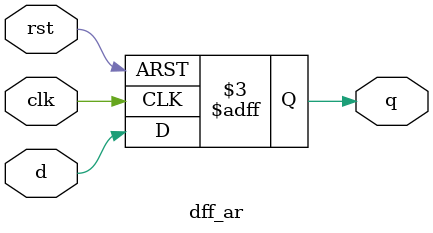
<source format=v>
module dff_ar(
    input d,clk,rst,
    output reg q
);
    always @(posedge clk, negedge rst)
    begin
        if(!rst)
            q <= 1'b0;
        else if(clk)
            q <= d;
    end
endmodule
</source>
